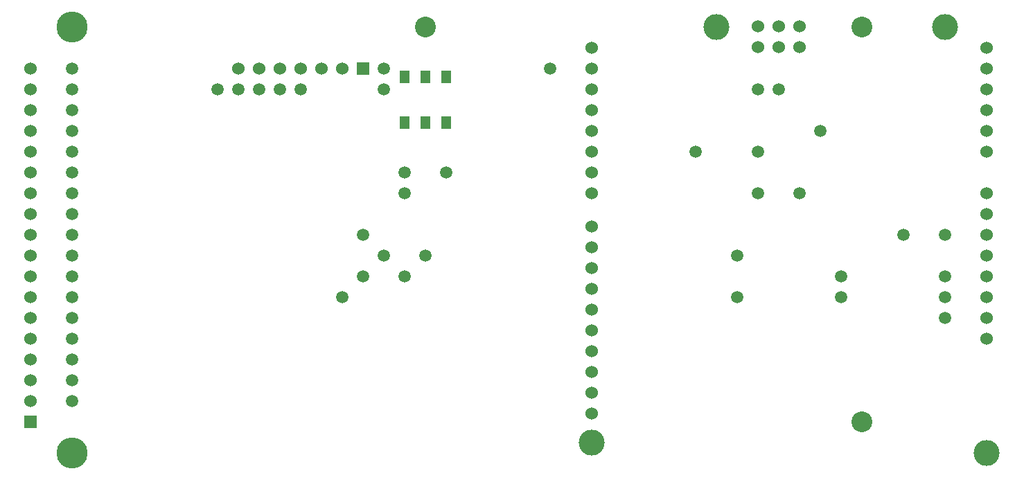
<source format=gbs>
G04 #@! TF.FileFunction,Soldermask,Bot*
%FSLAX46Y46*%
G04 Gerber Fmt 4.6, Leading zero omitted, Abs format (unit mm)*
G04 Created by KiCad (PCBNEW 4.0.6-e0-6349~53~ubuntu14.04.1) date Sat Jun 24 15:03:27 2017*
%MOMM*%
%LPD*%
G01*
G04 APERTURE LIST*
%ADD10C,0.150000*%
%ADD11C,2.540000*%
%ADD12C,3.797300*%
%ADD13C,1.500000*%
%ADD14R,1.270000X1.570000*%
%ADD15R,1.524000X1.524000*%
%ADD16C,1.524000*%
%ADD17C,3.175000*%
G04 APERTURE END LIST*
D10*
D11*
X165100000Y-81280000D03*
X165100000Y-33020000D03*
D12*
X68580000Y-85090000D03*
X68580000Y-33020000D03*
D13*
X68580000Y-71120000D03*
X68580000Y-76200000D03*
X68580000Y-63500000D03*
X68580000Y-43180000D03*
X68580000Y-48260000D03*
X68580000Y-53340000D03*
X68580000Y-58420000D03*
X170180000Y-58420000D03*
X68580000Y-66040000D03*
X68580000Y-60960000D03*
X68580000Y-55880000D03*
X68580000Y-50800000D03*
X68580000Y-45720000D03*
X68580000Y-40640000D03*
X109220000Y-63500000D03*
X68580000Y-68580000D03*
X68580000Y-73660000D03*
X68580000Y-78740000D03*
X68580000Y-38100000D03*
X175260000Y-68580000D03*
X175260000Y-66040000D03*
X175260000Y-63500000D03*
X175260000Y-58420000D03*
X88900000Y-40640000D03*
X162560000Y-63500000D03*
X152400000Y-48260000D03*
X152400000Y-40640000D03*
X127000000Y-38100000D03*
X154940000Y-40640000D03*
X111760000Y-60960000D03*
X162560000Y-66040000D03*
X149860000Y-60960000D03*
X157480000Y-53340000D03*
X149860000Y-66040000D03*
X160020000Y-45720000D03*
X152400000Y-53340000D03*
X144780000Y-48260000D03*
X101600000Y-66040000D03*
X106680000Y-60960000D03*
X104140000Y-63500000D03*
X109220000Y-50800000D03*
X114300000Y-50800000D03*
X109220000Y-53340000D03*
X91440000Y-40640000D03*
X93980000Y-40640000D03*
X106680000Y-38100000D03*
X106680000Y-40640000D03*
X104140000Y-58420000D03*
X96520000Y-40640000D03*
X86360000Y-40640000D03*
D14*
X111760000Y-44725000D03*
X109220000Y-44725000D03*
X114300000Y-44725000D03*
X114300000Y-39095000D03*
X111760000Y-39095000D03*
X109220000Y-39095000D03*
D15*
X104140000Y-38100000D03*
D16*
X101600000Y-38100000D03*
X99060000Y-38100000D03*
X96520000Y-38100000D03*
X93980000Y-38100000D03*
X91440000Y-38100000D03*
X88900000Y-38100000D03*
D15*
X63500000Y-81280000D03*
D16*
X63500000Y-78740000D03*
X63500000Y-76200000D03*
X63500000Y-73660000D03*
X63500000Y-71120000D03*
X63500000Y-68580000D03*
X63500000Y-66040000D03*
X63500000Y-63500000D03*
X63500000Y-60960000D03*
X63500000Y-58420000D03*
X63500000Y-55880000D03*
X63500000Y-53340000D03*
X63500000Y-50800000D03*
X63500000Y-48260000D03*
X63500000Y-45720000D03*
X63500000Y-43180000D03*
X63500000Y-40640000D03*
X63500000Y-38100000D03*
X180340000Y-71120000D03*
X180340000Y-68580000D03*
X180340000Y-66040000D03*
X180340000Y-63500000D03*
X180340000Y-60960000D03*
X180340000Y-58420000D03*
X180340000Y-55880000D03*
X180340000Y-53340000D03*
X180340000Y-48260000D03*
X180340000Y-45720000D03*
X180340000Y-43180000D03*
X180340000Y-40640000D03*
X180340000Y-38100000D03*
X180340000Y-35560000D03*
X152400000Y-35433000D03*
X154940000Y-35433000D03*
X157480000Y-35433000D03*
X157480000Y-32893000D03*
X154940000Y-32893000D03*
X152400000Y-32893000D03*
X132080000Y-35560000D03*
X132080000Y-38100000D03*
X132080000Y-40640000D03*
X132080000Y-43180000D03*
X132080000Y-45720000D03*
X132080000Y-48260000D03*
X132080000Y-50800000D03*
X132080000Y-53340000D03*
X132080000Y-57404000D03*
X132080000Y-59944000D03*
X132080000Y-62484000D03*
X132080000Y-65024000D03*
X132080000Y-67564000D03*
X132080000Y-70104000D03*
X132080000Y-72644000D03*
X132080000Y-75184000D03*
X132080000Y-77724000D03*
X132080000Y-80264000D03*
D17*
X132080000Y-83820000D03*
X147320000Y-33020000D03*
X180340000Y-85090000D03*
X175260000Y-33020000D03*
D11*
X111760000Y-33020000D03*
M02*

</source>
